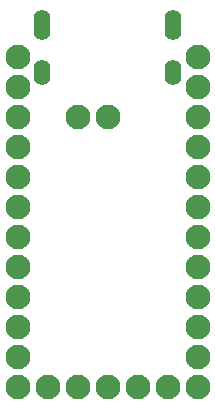
<source format=gbs>
G04 #@! TF.GenerationSoftware,KiCad,Pcbnew,(5.1.6)-1*
G04 #@! TF.CreationDate,2020-10-13T18:08:15+08:00*
G04 #@! TF.ProjectId,Alvaro,416c7661-726f-42e6-9b69-6361645f7063,C*
G04 #@! TF.SameCoordinates,Original*
G04 #@! TF.FileFunction,Soldermask,Bot*
G04 #@! TF.FilePolarity,Negative*
%FSLAX46Y46*%
G04 Gerber Fmt 4.6, Leading zero omitted, Abs format (unit mm)*
G04 Created by KiCad (PCBNEW (5.1.6)-1) date 2020-10-13 18:08:15*
%MOMM*%
%LPD*%
G01*
G04 APERTURE LIST*
%ADD10C,1.400000*%
%ADD11C,2.100000*%
G04 APERTURE END LIST*
D10*
X24424400Y-23973200D03*
X24424700Y-24252600D03*
X24424700Y-24557400D03*
X24424700Y-24900300D03*
X24424700Y-25192400D03*
X35575300Y-24570100D03*
X35575300Y-24265300D03*
X35575000Y-23985900D03*
X35575300Y-25205100D03*
X35575300Y-24913000D03*
X35575300Y-28735700D03*
X35575600Y-28219000D03*
X35575600Y-28981000D03*
X35575600Y-28481700D03*
X24425000Y-28481700D03*
X24425000Y-28981000D03*
X24425000Y-28219000D03*
X24424700Y-28735700D03*
D11*
X24920000Y-55240000D03*
X27460000Y-55240000D03*
X30000000Y-55240000D03*
X32540000Y-55240000D03*
X35080000Y-55240000D03*
X22380000Y-27300000D03*
X22380000Y-29840000D03*
X22380000Y-32380000D03*
X22380000Y-34920000D03*
X22380000Y-37460000D03*
X22380000Y-40000000D03*
X22380000Y-42540000D03*
X22380000Y-45080000D03*
X22380000Y-47620000D03*
X22380000Y-50160000D03*
X22380000Y-52700000D03*
X22380000Y-55240000D03*
X37620000Y-55240000D03*
X37620000Y-52700000D03*
X37620000Y-50160000D03*
X37620000Y-47620000D03*
X37620000Y-45080000D03*
X37620000Y-42540000D03*
X37620000Y-40000000D03*
X37620000Y-37460000D03*
X37620000Y-34920000D03*
X37620000Y-32380000D03*
X37620000Y-29840000D03*
X37620000Y-27300000D03*
X30000000Y-32380000D03*
X27460000Y-32380000D03*
M02*

</source>
